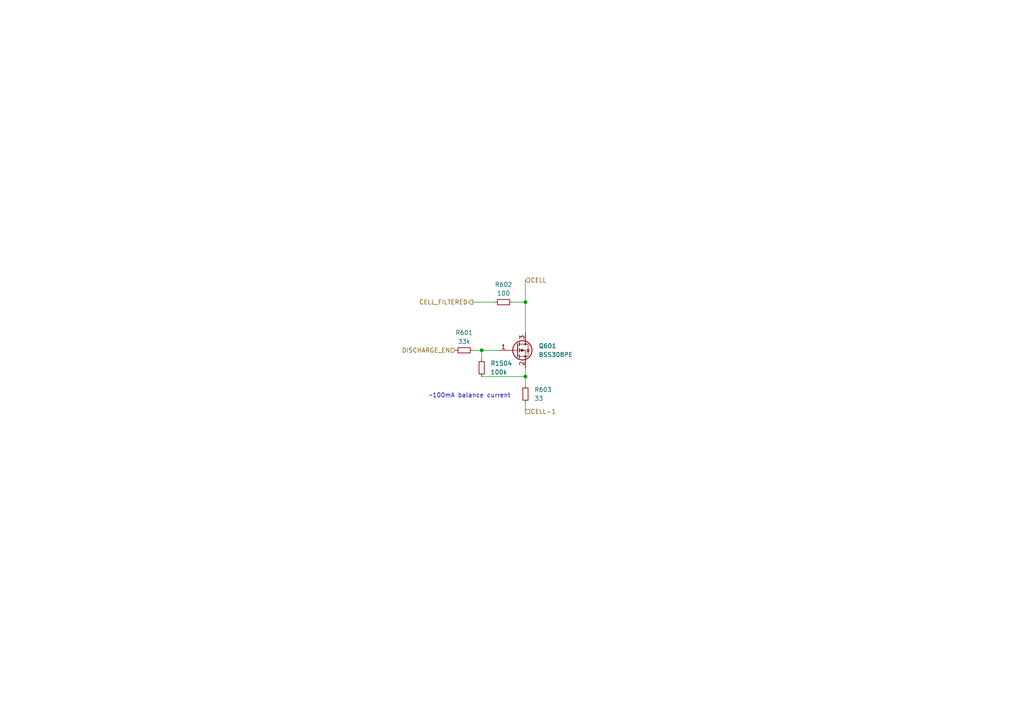
<source format=kicad_sch>
(kicad_sch (version 20230121) (generator eeschema)
  (paper "A4")
  (lib_symbols
    (symbol "Device:R_Small" (pin_numbers hide) (pin_names (offset 0.254) hide)
      (property "Reference" "R" (at 0.762 0.508 0))
      (property "Value" "R_Small" (at 0.762 -1.016 0))
      (symbol "R_Small_0_1"
        (rectangle (start -0.762 1.778) (end 0.762 -1.778) (stroke (width 0.2032)))
      )
      (symbol "R_Small_1_1"
        (pin passive line (at 0 2.54 270) (length 0.762) (name "~") (number "1"))
        (pin passive line (at 0 -2.54 90) (length 0.762) (name "~") (number "2"))
      )
    )
    (symbol "vesc-bms:BSS308PE" (pin_names hide)
      (property "Reference" "Q" (at 5.08 1.905 0))
      (property "Value" "BSS308PE" (at 5.08 0 0))
      (symbol "BSS308PE_0_1"
        (polyline (pts (xy 0.254 0) (xy -2.54 0)))
        (polyline (pts (xy 0.254 1.905) (xy 0.254 -1.905)) (stroke (width 0.254)))
        (polyline (pts (xy 0.762 -1.27) (xy 0.762 -2.286)) (stroke (width 0.254)))
        (polyline (pts (xy 0.762 0.508) (xy 0.762 -0.508)) (stroke (width 0.254)))
        (polyline (pts (xy 0.762 2.286) (xy 0.762 1.27)) (stroke (width 0.254)))
        (polyline (pts (xy 2.54 2.54) (xy 2.54 1.778)))
        (polyline (pts (xy 2.54 -2.54) (xy 2.54 0) (xy 0.762 0)))
        (polyline (pts (xy 0.762 1.778) (xy 3.302 1.778) (xy 3.302 -1.778) (xy 0.762 -1.778)))
        (polyline (pts (xy 2.286 0) (xy 1.27 0.381) (xy 1.27 -0.381) (xy 2.286 0)) (fill (type outline)))
        (polyline (pts (xy 2.794 -0.508) (xy 2.921 -0.381) (xy 3.683 -0.381) (xy 3.81 -0.254)))
        (polyline (pts (xy 3.302 -0.381) (xy 2.921 0.254) (xy 3.683 0.254) (xy 3.302 -0.381)))
        (circle (center 1.651 0) (radius 2.794) (stroke (width 0.254)))
        (circle (center 2.54 -1.778) (radius 0.254) (fill (type outline)))
        (circle (center 2.54 1.778) (radius 0.254) (fill (type outline)))
      )
      (symbol "BSS308PE_1_1"
        (pin input line (at -5.08 0 0) (length 2.54) (name "G") (number "1"))
        (pin passive line (at 2.54 -5.08 90) (length 2.54) (name "S") (number "2"))
        (pin passive line (at 2.54 5.08 270) (length 2.54) (name "D") (number "3"))
      )
    )
  )
  (junction (at 152.4 87.63))
  (junction (at 139.7 101.6))
  (junction (at 152.4 109.22))
  (wire (pts (xy 139.7 101.6) (xy 144.78 101.6)))
  (wire (pts (xy 152.4 81.28) (xy 152.4 87.63)))
  (wire (pts (xy 152.4 106.68) (xy 152.4 109.22)))
  (wire (pts (xy 137.16 87.63) (xy 143.51 87.63)))
  (wire (pts (xy 152.4 87.63) (xy 152.4 96.52)))
  (wire (pts (xy 148.59 87.63) (xy 152.4 87.63)))
  (wire (pts (xy 139.7 101.6) (xy 139.7 104.14)))
  (wire (pts (xy 139.7 109.22) (xy 152.4 109.22)))
  (wire (pts (xy 152.4 109.22) (xy 152.4 111.76)))
  (wire (pts (xy 152.4 116.84) (xy 152.4 119.38)))
  (wire (pts (xy 137.16 101.6) (xy 139.7 101.6)))
  (text "~100mA balance current" (at 124.46 115.57 0) (effects (font (size 1.27 1.27)) (justify left bottom)))
  (hierarchical_label "DISCHARGE_EN" (shape input) (at 132.08 101.6 180))
  (hierarchical_label "CELL-1" (shape passive) (at 152.4 119.38 0))
  (hierarchical_label "CELL" (shape input) (at 152.4 81.28 0))
  (hierarchical_label "CELL_FILTERED" (shape output) (at 137.16 87.63 180))
  (symbol (lib_id "Device:R_Small") (at 146.05 87.63 90) (unit 1)
    (property "Reference" "R602" (at 146.05 82.55 90))
    (property "Value" "100" (at 146.05 85.09 90))
    (property "Footprint" "Resistor_SMD:R_0603_1608Metric" (effects hide))
    (instances (project "greenmobi-bms-controller" (path "" (reference "R602") (unit 1)) (path "" (reference "R702") (unit 1)) (path "" (reference "R802") (unit 1)) (path "" (reference "R1502") (unit 1)) (path "" (reference "R1402") (unit 1)) (path "" (reference "R1302") (unit 1)) (path "" (reference "R1202") (unit 1)) (path "" (reference "R1102") (unit 1)) (path "" (reference "R1002") (unit 1)) (path "" (reference "R902") (unit 1)) (path "" (reference "R2202") (unit 1)) (path "" (reference "R2102") (unit 1)) (path "" (reference "R2002") (unit 1)) (path "" (reference "R1902") (unit 1)) (path "" (reference "R1802") (unit 1)) (path "" (reference "R1702") (unit 1)) (path "" (reference "R1602") (unit 1)) (path "" (reference "R2302") (unit 1))) (project "greenmobi-bms-frontend" (path "" (reference "R43") (unit 1)) (path "" (reference "R51") (unit 1)) (path "" (reference "R39") (unit 1)) (path "" (reference "R31") (unit 1)) (path "" (reference "R27") (unit 1)) (path "" (reference "R75") (unit 1)) (path "" (reference "R83") (unit 1)) (path "" (reference "R63") (unit 1)) (path "" (reference "R35") (unit 1)) (path "" (reference "R19") (unit 1)) (path "" (reference "R47") (unit 1)) (path "" (reference "R55") (unit 1)) (path "" (reference "R87") (unit 1)) (path "" (reference "R71") (unit 1)) (path "" (reference "R67") (unit 1)) (path "" (reference "R79") (unit 1)) (path "" (reference "R23") (unit 1)) (path "" (reference "R59") (unit 1))))
  )
  (symbol (lib_id "vesc-bms:BSS308PE") (at 149.86 101.6 0) (unit 1)
    (property "Reference" "Q601" (at 156.21 100.3299 0) (effects (justify left)))
    (property "Value" "BSS308PE" (at 156.21 102.8699 0) (effects (justify left)))
    (property "Footprint" "Package_TO_SOT_SMD:SOT-23" (effects hide))
    (property "Datasheet" "https://www.infineon.com/dgdl/Infineon-BSS308PE-DS-v02_03-en.pdf?fileId=db3a304330f686060131099c80400073" (effects hide))
    (instances (project "greenmobi-bms-controller" (path "" (reference "Q601") (unit 1)) (path "" (reference "Q701") (unit 1)) (path "" (reference "Q801") (unit 1)) (path "" (reference "Q1501") (unit 1)) (path "" (reference "Q1401") (unit 1)) (path "" (reference "Q1301") (unit 1)) (path "" (reference "Q1201") (unit 1)) (path "" (reference "Q1101") (unit 1)) (path "" (reference "Q1001") (unit 1)) (path "" (reference "Q901") (unit 1)) (path "" (reference "Q2201") (unit 1)) (path "" (reference "Q2101") (unit 1)) (path "" (reference "Q2001") (unit 1)) (path "" (reference "Q1901") (unit 1)) (path "" (reference "Q1801") (unit 1)) (path "" (reference "Q1701") (unit 1)) (path "" (reference "Q1601") (unit 1)) (path "" (reference "Q2301") (unit 1))) (project "greenmobi-bms-frontend" (path "" (reference "Q8") (unit 1)) (path "" (reference "Q10") (unit 1)) (path "" (reference "Q7") (unit 1)) (path "" (reference "Q5") (unit 1)) (path "" (reference "Q4") (unit 1)) (path "" (reference "Q16") (unit 1)) (path "" (reference "Q18") (unit 1)) (path "" (reference "Q13") (unit 1)) (path "" (reference "Q6") (unit 1)) (path "" (reference "Q2") (unit 1)) (path "" (reference "Q9") (unit 1)) (path "" (reference "Q11") (unit 1)) (path "" (reference "Q19") (unit 1)) (path "" (reference "Q15") (unit 1)) (path "" (reference "Q14") (unit 1)) (path "" (reference "Q17") (unit 1)) (path "" (reference "Q3") (unit 1)) (path "" (reference "Q12") (unit 1))))
  )
  (symbol (lib_id "Device:R_Small") (at 139.7 106.68 180) (unit 1)
    (property "Reference" "R1504" (at 142.24 105.41 0) (effects (justify right)))
    (property "Value" "100k" (at 142.24 107.95 0) (effects (justify right)))
    (property "Footprint" "Resistor_SMD:R_0603_1608Metric" (effects hide))
    (instances (project "greenmobi-bms-controller" (path "" (reference "R1504") (unit 1)) (path "" (reference "R2304") (unit 1)) (path "" (reference "R2204") (unit 1)) (path "" (reference "R604") (unit 1)) (path "" (reference "R1604") (unit 1)) (path "" (reference "R1704") (unit 1)) (path "" (reference "R1804") (unit 1)) (path "" (reference "R1904") (unit 1)) (path "" (reference "R2004") (unit 1)) (path "" (reference "R2104") (unit 1)) (path "" (reference "R804") (unit 1)) (path "" (reference "R904") (unit 1)) (path "" (reference "R1004") (unit 1)) (path "" (reference "R1104") (unit 1)) (path "" (reference "R1204") (unit 1)) (path "" (reference "R1304") (unit 1)) (path "" (reference "R1404") (unit 1)) (path "" (reference "R704") (unit 1))) (project "greenmobi-bms-frontend" (path "" (reference "R42") (unit 1)) (path "" (reference "R50") (unit 1)) (path "" (reference "R38") (unit 1)) (path "" (reference "R30") (unit 1)) (path "" (reference "R26") (unit 1)) (path "" (reference "R74") (unit 1)) (path "" (reference "R82") (unit 1)) (path "" (reference "R62") (unit 1)) (path "" (reference "R34") (unit 1)) (path "" (reference "R18") (unit 1)) (path "" (reference "R46") (unit 1)) (path "" (reference "R54") (unit 1)) (path "" (reference "R86") (unit 1)) (path "" (reference "R70") (unit 1)) (path "" (reference "R66") (unit 1)) (path "" (reference "R78") (unit 1)) (path "" (reference "R22") (unit 1)) (path "" (reference "R58") (unit 1))))
  )
  (symbol (lib_id "Device:R_Small") (at 134.62 101.6 90) (unit 1)
    (property "Reference" "R601" (at 134.62 96.52 90))
    (property "Value" "33k" (at 134.62 99.06 90))
    (property "Footprint" "Resistor_SMD:R_0603_1608Metric" (effects hide))
    (instances (project "greenmobi-bms-controller" (path "" (reference "R601") (unit 1)) (path "" (reference "R701") (unit 1)) (path "" (reference "R801") (unit 1)) (path "" (reference "R1501") (unit 1)) (path "" (reference "R1401") (unit 1)) (path "" (reference "R1301") (unit 1)) (path "" (reference "R1201") (unit 1)) (path "" (reference "R1101") (unit 1)) (path "" (reference "R1001") (unit 1)) (path "" (reference "R901") (unit 1)) (path "" (reference "R2201") (unit 1)) (path "" (reference "R2101") (unit 1)) (path "" (reference "R2001") (unit 1)) (path "" (reference "R1901") (unit 1)) (path "" (reference "R1801") (unit 1)) (path "" (reference "R1701") (unit 1)) (path "" (reference "R1601") (unit 1)) (path "" (reference "R2301") (unit 1))) (project "greenmobi-bms-frontend" (path "" (reference "R41") (unit 1)) (path "" (reference "R49") (unit 1)) (path "" (reference "R37") (unit 1)) (path "" (reference "R29") (unit 1)) (path "" (reference "R25") (unit 1)) (path "" (reference "R73") (unit 1)) (path "" (reference "R81") (unit 1)) (path "" (reference "R61") (unit 1)) (path "" (reference "R33") (unit 1)) (path "" (reference "R17") (unit 1)) (path "" (reference "R45") (unit 1)) (path "" (reference "R53") (unit 1)) (path "" (reference "R85") (unit 1)) (path "" (reference "R69") (unit 1)) (path "" (reference "R65") (unit 1)) (path "" (reference "R77") (unit 1)) (path "" (reference "R21") (unit 1)) (path "" (reference "R57") (unit 1))))
  )
  (symbol (lib_id "Device:R_Small") (at 152.4 114.3 0) (unit 1)
    (property "Reference" "R603" (at 154.94 113.03 0) (effects (justify left)))
    (property "Value" "33" (at 154.94 115.57 0) (effects (justify left)))
    (property "Footprint" "Resistor_SMD:R_2512_6332Metric" (effects hide))
    (instances (project "greenmobi-bms-controller" (path "" (reference "R603") (unit 1)) (path "" (reference "R703") (unit 1)) (path "" (reference "R803") (unit 1)) (path "" (reference "R1503") (unit 1)) (path "" (reference "R1403") (unit 1)) (path "" (reference "R1303") (unit 1)) (path "" (reference "R1203") (unit 1)) (path "" (reference "R1103") (unit 1)) (path "" (reference "R1003") (unit 1)) (path "" (reference "R903") (unit 1)) (path "" (reference "R2203") (unit 1)) (path "" (reference "R2103") (unit 1)) (path "" (reference "R2003") (unit 1)) (path "" (reference "R1903") (unit 1)) (path "" (reference "R1803") (unit 1)) (path "" (reference "R1703") (unit 1)) (path "" (reference "R1603") (unit 1)) (path "" (reference "R2303") (unit 1))) (project "greenmobi-bms-frontend" (path "" (reference "R44") (unit 1)) (path "" (reference "R52") (unit 1)) (path "" (reference "R40") (unit 1)) (path "" (reference "R32") (unit 1)) (path "" (reference "R28") (unit 1)) (path "" (reference "R76") (unit 1)) (path "" (reference "R84") (unit 1)) (path "" (reference "R64") (unit 1)) (path "" (reference "R36") (unit 1)) (path "" (reference "R20") (unit 1)) (path "" (reference "R48") (unit 1)) (path "" (reference "R56") (unit 1)) (path "" (reference "R88") (unit 1)) (path "" (reference "R72") (unit 1)) (path "" (reference "R68") (unit 1)) (path "" (reference "R80") (unit 1)) (path "" (reference "R24") (unit 1)) (path "" (reference "R60") (unit 1))))
  )
)
</source>
